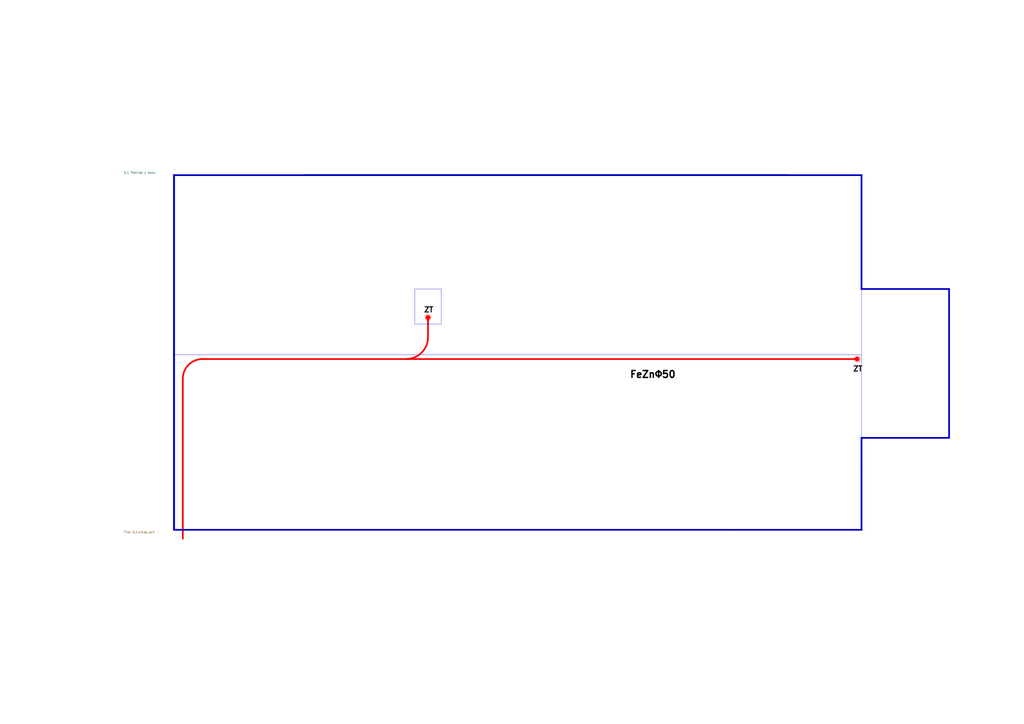
<source format=kicad_sch>
(kicad_sch
	(version 20231120)
	(generator "eeschema")
	(generator_version "8.0")
	(uuid "c8bd5f89-9625-426b-b7b9-b93211a13782")
	(paper "A2")
	(title_block
		(title "Projekt elektroinštalácie rodinného domu")
		(date "2024-05-09")
		(rev "1")
		(comment 4 "001-24")
		(comment 5 "Konanie stavby: 96901 Banská Štiavnica, Belianska 1770/15")
	)
	(lib_symbols)
	(polyline
		(pts
			(xy 255.905 187.96) (xy 255.905 167.64)
		)
		(stroke
			(width 0)
			(type default)
		)
		(uuid "0c48baf1-fff1-4f53-858f-3ff375c8c665")
	)
	(polyline
		(pts
			(xy 499.745 167.64) (xy 499.745 254)
		)
		(stroke
			(width 0)
			(type default)
		)
		(uuid "11eea551-6faf-4745-bdf5-fb450ed83180")
	)
	(polyline
		(pts
			(xy 550.545 236.22) (xy 550.545 254)
		)
		(stroke
			(width 1)
			(type default)
		)
		(uuid "161eff21-4660-4200-a4ce-368b17263b9e")
	)
	(polyline
		(pts
			(xy 100.965 101.6) (xy 177.165 101.6)
		)
		(stroke
			(width 1)
			(type default)
		)
		(uuid "19cf21a3-ca69-4afa-9be3-5982f36b287c")
	)
	(polyline
		(pts
			(xy 499.745 254) (xy 550.545 254)
		)
		(stroke
			(width 1)
			(type default)
		)
		(uuid "1ac7d4cc-2432-4018-b5db-1144545b65d8")
	)
	(polyline
		(pts
			(xy 255.905 167.64) (xy 240.665 167.64)
		)
		(stroke
			(width 0)
			(type default)
		)
		(uuid "20c65850-adba-4e0c-893e-f348ac468008")
	)
	(polyline
		(pts
			(xy 117.475 208.28) (xy 497.205 208.28)
		)
		(stroke
			(width 1)
			(type default)
			(color 255 0 0 1)
		)
		(uuid "63a37c18-9457-4ece-84c7-2c985ddf078f")
	)
	(polyline
		(pts
			(xy 499.745 205.74) (xy 100.965 205.74)
		)
		(stroke
			(width 0)
			(type default)
		)
		(uuid "666870c8-2aed-439f-9e96-f434c544cf13")
	)
	(polyline
		(pts
			(xy 100.965 101.6) (xy 100.965 307.34)
		)
		(stroke
			(width 1)
			(type default)
		)
		(uuid "68a6a0d6-b1dd-4568-8acc-4623b37bbb10")
	)
	(polyline
		(pts
			(xy 177.165 101.6) (xy 456.565 101.6)
		)
		(stroke
			(width 1)
			(type default)
		)
		(uuid "6aeffc4f-1d8d-4451-a5ce-05c00720e6a7")
	)
	(polyline
		(pts
			(xy 550.545 182.88) (xy 550.545 236.22)
		)
		(stroke
			(width 1)
			(type default)
		)
		(uuid "72080bcf-1ac9-4359-868f-cf07ef806912")
	)
	(polyline
		(pts
			(xy 255.905 187.96) (xy 240.665 187.96)
		)
		(stroke
			(width 0)
			(type default)
		)
		(uuid "7c307bed-09a2-47dc-b747-1dccfc67ddb3")
	)
	(polyline
		(pts
			(xy 423.545 307.34) (xy 499.745 307.34)
		)
		(stroke
			(width 1)
			(type default)
		)
		(uuid "7d7f7552-db1b-4943-bc44-7c584b7600d9")
	)
	(polyline
		(pts
			(xy 106.045 312.42) (xy 106.045 219.71)
		)
		(stroke
			(width 1)
			(type default)
			(color 255 0 0 1)
		)
		(uuid "7e5d1849-702f-46ad-8174-d367f188ef2f")
	)
	(polyline
		(pts
			(xy 499.745 167.64) (xy 499.745 101.6)
		)
		(stroke
			(width 1)
			(type default)
		)
		(uuid "82efee70-2b13-42f2-af72-58b85f5619ec")
	)
	(polyline
		(pts
			(xy 177.165 101.6) (xy 456.565 101.6)
		)
		(stroke
			(width 1)
			(type default)
		)
		(uuid "8ddafe70-23e5-4271-a056-c5b078bfd513")
	)
	(polyline
		(pts
			(xy 100.965 101.6) (xy 100.965 307.34)
		)
		(stroke
			(width 1)
			(type default)
		)
		(uuid "a61a28e1-b415-4cf2-8430-8142fcba979c")
	)
	(polyline
		(pts
			(xy 456.565 101.6) (xy 499.745 101.6)
		)
		(stroke
			(width 1)
			(type default)
		)
		(uuid "b2727a29-bb6e-4b7d-a9de-c5cb0b6a4b51")
	)
	(polyline
		(pts
			(xy 100.965 307.34) (xy 423.545 307.34)
		)
		(stroke
			(width 1)
			(type default)
		)
		(uuid "c44476da-35b5-4d56-8c66-d92396e651a3")
	)
	(polyline
		(pts
			(xy 550.545 167.64) (xy 499.745 167.64)
		)
		(stroke
			(width 1)
			(type default)
		)
		(uuid "d01a16e3-8b98-4108-84d0-7fd746837239")
	)
	(polyline
		(pts
			(xy 499.745 254) (xy 499.745 271.78)
		)
		(stroke
			(width 1)
			(type default)
		)
		(uuid "d7f4cef1-6d1c-4e8a-b906-81cf6f2baf75")
	)
	(polyline
		(pts
			(xy 499.745 307.34) (xy 499.745 271.78)
		)
		(stroke
			(width 1)
			(type default)
		)
		(uuid "da74a1ac-236f-4818-8306-628cd882cad6")
	)
	(polyline
		(pts
			(xy 550.545 167.64) (xy 550.545 182.88)
		)
		(stroke
			(width 1)
			(type default)
		)
		(uuid "dc3f2650-5ec9-49c5-b4c2-bf5afbc595df")
	)
	(polyline
		(pts
			(xy 248.285 195.58) (xy 248.285 184.15)
		)
		(stroke
			(width 1)
			(type default)
			(color 255 0 0 1)
		)
		(uuid "f2ab696a-223a-42a0-b634-1d3c8c60b864")
	)
	(polyline
		(pts
			(xy 240.665 167.64) (xy 240.665 187.96)
		)
		(stroke
			(width 0)
			(type default)
		)
		(uuid "fa9b821b-716d-456c-ad9d-b0c51bd4e543")
	)
	(circle
		(center 248.285 184.15)
		(radius 1.7961)
		(stroke
			(width 0)
			(type default)
			(color 255 0 0 1)
		)
		(fill
			(type none)
		)
		(uuid 01e3e13f-197d-4af9-ae50-2b48430a5f33)
	)
	(circle
		(center 497.205 208.28)
		(radius 1.7961)
		(stroke
			(width 0)
			(type default)
			(color 255 0 0 1)
		)
		(fill
			(type none)
		)
		(uuid 3e02bd07-4771-4625-a458-ef808779f255)
	)
	(circle
		(center 497.205 208.28)
		(radius 1.27)
		(stroke
			(width 0)
			(type default)
			(color 255 0 0 1)
		)
		(fill
			(type color)
			(color 255 0 0 1)
		)
		(uuid b05f3b5c-ea5a-4294-9e4c-6ff1f712ceb7)
	)
	(arc
		(start 106.045 219.71)
		(mid 109.3935 211.6285)
		(end 117.475 208.28)
		(stroke
			(width 1)
			(type default)
			(color 255 0 0 1)
		)
		(fill
			(type none)
		)
		(uuid c245c0a5-acaa-45a4-bd2c-1635977730dd)
	)
	(circle
		(center 248.285 184.15)
		(radius 1.27)
		(stroke
			(width 0)
			(type default)
			(color 255 0 0 1)
		)
		(fill
			(type color)
			(color 255 0 0 1)
		)
		(uuid c44a547f-8cd8-4d1c-a75b-e266f712710c)
	)
	(arc
		(start 248.275 195.57)
		(mid 244.5632 204.554)
		(end 235.585 208.28)
		(stroke
			(width 1)
			(type default)
			(color 255 0 0 1)
		)
		(fill
			(type none)
		)
		(uuid f13e74c8-c80a-4063-86ab-2bf8855c955b)
	)
	(text "ZT"
		(exclude_from_sim no)
		(at 245.745 181.61 0)
		(effects
			(font
				(size 3 3)
				(bold yes)
				(color 0 0 0 1)
			)
			(justify left bottom)
		)
		(uuid "3014b9b3-8aa8-4810-b628-4b053d81a64d")
	)
	(text "FeZnΦ50 "
		(exclude_from_sim no)
		(at 365.125 219.71 0)
		(effects
			(font
				(size 4 4)
				(bold yes)
				(color 0 0 0 1)
			)
			(justify left bottom)
		)
		(uuid "c2b64719-dc56-44d2-96d7-c00e76cec7a6")
	)
	(text "ZT"
		(exclude_from_sim no)
		(at 494.665 215.9 0)
		(effects
			(font
				(size 3 3)
				(bold yes)
				(color 0 0 0 1)
			)
			(justify left bottom)
		)
		(uuid "ca198f16-a58d-4077-bf05-d0f5d541b0f4")
	)
	(sheet
		(at 71.755 101.6)
		(size 26.035 205.74)
		(fields_autoplaced yes)
		(stroke
			(width 0.1524)
			(type solid)
			(color 255 255 255 1)
		)
		(fill
			(color 0 0 0 0.0000)
		)
		(uuid "723ae91b-11c1-4e23-a950-751ccc7ef6d8")
		(property "Sheetname" "5.1 Pohľad z boku"
			(at 71.755 100.8884 0)
			(effects
				(font
					(size 1.27 1.27)
				)
				(justify left bottom)
			)
		)
		(property "Sheetfile" "5.1.kicad_sch"
			(at 71.755 307.9246 0)
			(effects
				(font
					(size 1.27 1.27)
				)
				(justify left top)
			)
		)
		(instances
			(project "09-05-2024_Projekt_elektorinštalácie"
				(path "/9555f13b-314b-4c7b-8351-226ce4930623/362593b6-e4be-4772-9932-140f17ab1c31"
					(page "9")
				)
			)
		)
	)
)

</source>
